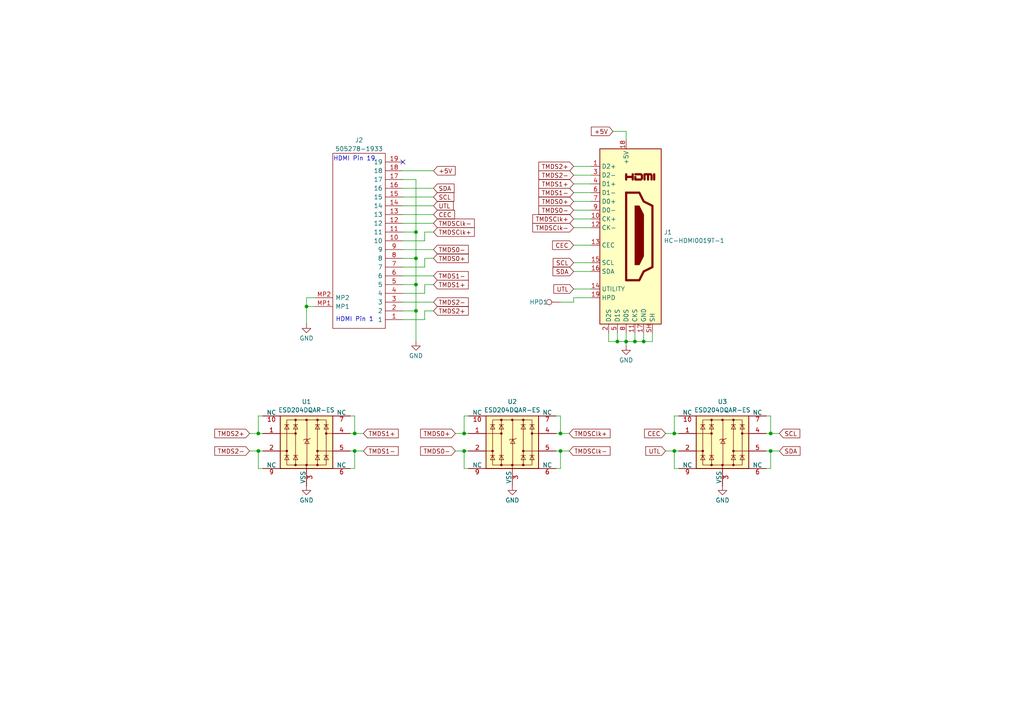
<source format=kicad_sch>
(kicad_sch (version 20240101) (generator "eeschema") (generator_version "8.99")
  (paper "A4")
  (lib_symbols
    (symbol "Connector:HDMI_A"
      (property "Reference" "J" (at -6.35 26.67 0))
      (property "Value" "HDMI_A" (at 10.16 26.67 0))
      (symbol "HDMI_A_0_0"
        (polyline (pts (xy 8.128 16.51) (xy 8.128 18.034)) (stroke (width 0.635)))
        (polyline (pts (xy 0 16.51) (xy 0 18.034) (xy 0 17.272) (xy 1.905 17.272) (xy 1.905 18.034) (xy 1.905 16.51)) (stroke (width 0.635)))
        (polyline (pts (xy 2.667 18.034) (xy 4.318 18.034) (xy 4.572 17.78) (xy 4.572 16.764) (xy 4.318 16.51) (xy 2.667 16.51) (xy 2.667 17.272)) (stroke (width 0.635)))
      )
      (symbol "HDMI_A_0_1"
        (rectangle (start -7.62 25.4) (end 10.16 -25.4) (stroke (width 0.254)) (fill (type background)))
        (polyline (pts (xy 2.54 8.89) (xy 3.81 8.89) (xy 5.08 6.35) (xy 5.08 -5.715) (xy 3.81 -8.255) (xy 2.54 -8.255) (xy 2.54 8.89)) (fill (type outline)))
        (polyline (pts (xy 5.334 16.51) (xy 5.334 18.034) (xy 6.35 18.034) (xy 6.35 16.51) (xy 6.35 18.034) (xy 7.112 18.034) (xy 7.366 17.78) (xy 7.366 16.51)) (stroke (width 0.635)))
        (polyline (pts (xy 0 12.7) (xy 0 -12.7) (xy 3.81 -12.7) (xy 5.08 -10.16) (xy 7.62 -8.89) (xy 7.62 8.89) (xy 5.08 10.16) (xy 3.81 12.7) (xy 0 12.7)) (stroke (width 0.635)))
      )
      (symbol "HDMI_A_1_1"
        (pin passive line (at -10.16 20.32 0) (length 2.54) (name "D2+") (number "1"))
        (pin passive line (at -10.16 5.08 0) (length 2.54) (name "CK+") (number "10"))
        (pin power_in line (at 2.54 -27.94 90) (length 2.54) (name "CKS") (number "11"))
        (pin passive line (at -10.16 2.54 0) (length 2.54) (name "CK-") (number "12"))
        (pin bidirectional line (at -10.16 -2.54 0) (length 2.54) (name "CEC") (number "13"))
        (pin passive line (at -10.16 -15.24 0) (length 2.54) (name "UTILITY") (number "14"))
        (pin passive line (at -10.16 -7.62 0) (length 2.54) (name "SCL") (number "15"))
        (pin bidirectional line (at -10.16 -10.16 0) (length 2.54) (name "SDA") (number "16"))
        (pin power_in line (at 5.08 -27.94 90) (length 2.54) (name "GND") (number "17"))
        (pin power_in line (at 0 27.94 270) (length 2.54) (name "+5V") (number "18"))
        (pin passive line (at -10.16 -17.78 0) (length 2.54) (name "HPD") (number "19"))
        (pin power_in line (at -5.08 -27.94 90) (length 2.54) (name "D2S") (number "2"))
        (pin passive line (at -10.16 17.78 0) (length 2.54) (name "D2-") (number "3"))
        (pin passive line (at -10.16 15.24 0) (length 2.54) (name "D1+") (number "4"))
        (pin power_in line (at -2.54 -27.94 90) (length 2.54) (name "D1S") (number "5"))
        (pin passive line (at -10.16 12.7 0) (length 2.54) (name "D1-") (number "6"))
        (pin passive line (at -10.16 10.16 0) (length 2.54) (name "D0+") (number "7"))
        (pin power_in line (at 0 -27.94 90) (length 2.54) (name "D0S") (number "8"))
        (pin passive line (at -10.16 7.62 0) (length 2.54) (name "D0-") (number "9"))
        (pin passive line (at 7.62 -27.94 90) (length 2.54) (name "SH") (number "SH"))
      )
    )
    (symbol "Connector:TestPoint" (pin_numbers hide) (pin_names (offset 0.762) hide)
      (property "Reference" "TP" (at 0 6.858 0))
      (property "Value" "TestPoint" (at 0 5.08 0))
      (symbol "TestPoint_0_1"
        (circle (center 0 3.302) (radius 0.762))
      )
      (symbol "TestPoint_1_1"
        (pin passive line (at 0 0 90) (length 2.54) (name "1") (number "1"))
      )
    )
    (symbol "Power_Protection:D3V3XA4B10LP" (pin_names (offset 0))
      (property "Reference" "U" (at -0.635 8.89 0))
      (property "Value" "D3V3XA4B10LP" (at 8.89 -10.16 0))
      (symbol "D3V3XA4B10LP_0_0"
        (rectangle (start -5.715 6.477) (end 5.715 -6.604))
        (polyline (pts (xy -3.175 -6.604) (xy -3.175 6.477)))
        (polyline (pts (xy 0.127 6.477) (xy 0.127 -6.604)))
        (polyline (pts (xy 3.175 6.477) (xy 3.175 -6.604)))
      )
      (symbol "D3V3XA4B10LP_0_1"
        (rectangle (start -7.62 7.62) (end 7.62 -7.62) (stroke (width 0.254)) (fill (type background)))
        (circle (center -5.715 -2.54) (radius 0.2794) (fill (type outline)))
        (circle (center -3.175 -6.604) (radius 0.2794) (fill (type outline)))
        (circle (center -3.175 2.54) (radius 0.2794) (fill (type outline)))
        (circle (center -3.175 6.477) (radius 0.2794) (fill (type outline)))
        (circle (center 0 -6.604) (radius 0.2794) (fill (type outline)))
        (polyline (pts (xy -7.747 2.54) (xy -3.175 2.54)))
        (polyline (pts (xy -7.62 -2.54) (xy -5.715 -2.54)))
        (polyline (pts (xy -5.08 -3.81) (xy -6.35 -3.81)))
        (polyline (pts (xy -5.08 5.08) (xy -6.35 5.08)))
        (polyline (pts (xy -2.54 -3.81) (xy -3.81 -3.81)))
        (polyline (pts (xy -2.54 5.08) (xy -3.81 5.08)))
        (polyline (pts (xy -0.508 0.889) (xy -0.889 0.635)))
        (polyline (pts (xy 0 -6.604) (xy 0 -7.62)))
        (polyline (pts (xy 0.762 0.889) (xy -0.508 0.889)))
        (polyline (pts (xy 0.762 0.889) (xy 1.143 1.143)))
        (polyline (pts (xy 3.81 -3.81) (xy 2.54 -3.81)))
        (polyline (pts (xy 3.81 5.08) (xy 2.54 5.08)))
        (polyline (pts (xy 6.35 -3.81) (xy 5.08 -3.81)))
        (polyline (pts (xy 6.35 5.08) (xy 5.08 5.08)))
        (polyline (pts (xy 7.62 -2.54) (xy 3.175 -2.54)))
        (polyline (pts (xy 7.62 2.54) (xy 5.715 2.54)))
        (polyline (pts (xy -5.08 -5.08) (xy -6.35 -5.08) (xy -5.715 -3.81) (xy -5.08 -5.08)))
        (polyline (pts (xy -5.08 3.81) (xy -6.35 3.81) (xy -5.715 5.08) (xy -5.08 3.81)))
        (polyline (pts (xy -2.54 -5.08) (xy -3.81 -5.08) (xy -3.175 -3.81) (xy -2.54 -5.08)))
        (polyline (pts (xy -2.54 3.81) (xy -3.81 3.81) (xy -3.175 5.08) (xy -2.54 3.81)))
        (polyline (pts (xy 0.762 -0.381) (xy -0.508 -0.381) (xy 0.127 0.889) (xy 0.762 -0.381)))
        (polyline (pts (xy 3.81 -5.08) (xy 2.54 -5.08) (xy 3.175 -3.81) (xy 3.81 -5.08)))
        (polyline (pts (xy 3.81 3.81) (xy 2.54 3.81) (xy 3.175 5.08) (xy 3.81 3.81)))
        (polyline (pts (xy 6.35 -5.08) (xy 5.08 -5.08) (xy 5.715 -3.81) (xy 6.35 -5.08)))
        (polyline (pts (xy 6.35 3.81) (xy 5.08 3.81) (xy 5.715 5.08) (xy 6.35 3.81)))
        (circle (center 0 6.477) (radius 0.2794) (fill (type outline)))
        (circle (center 3.175 -6.604) (radius 0.2794) (fill (type outline)))
        (circle (center 3.175 -2.54) (radius 0.2794) (fill (type outline)))
        (circle (center 3.175 6.477) (radius 0.2794) (fill (type outline)))
        (circle (center 5.715 2.54) (radius 0.2794) (fill (type outline)))
      )
      (symbol "D3V3XA4B10LP_1_1"
        (pin passive line (at -12.7 2.54 0) (length 5.08) (name "~") (number "1"))
        (pin free line (at -12.7 7.62 0) (length 5.08) (name "NC") (number "10"))
        (pin passive line (at -12.7 -2.54 0) (length 5.08) (name "~") (number "2"))
        (pin power_in line (at 0 -12.7 90) (length 5.08) (name "VSS") (number "3"))
        (pin passive line (at 12.7 2.54 180) (length 5.08) (name "~") (number "4"))
        (pin passive line (at 12.7 -2.54 180) (length 5.08) (name "~") (number "5"))
        (pin free line (at 12.7 -7.62 180) (length 5.08) (name "NC") (number "6"))
        (pin free line (at 12.7 7.62 180) (length 5.08) (name "NC") (number "7"))
        (pin passive line (at 0 -12.7 90) (length 5.08) hide (name "VSS") (number "8"))
        (pin free line (at -12.7 -7.62 0) (length 5.08) (name "NC") (number "9"))
      )
    )
    (symbol "SamacSys_Parts:505278-1933" (pin_names (offset 0.762))
      (property "Reference" "J23" (at 12.7 6.6337 0))
      (property "Value" "505278-1933" (at 12.7 4.2094 0))
      (symbol "505278-1933_0_0"
        (pin passive line (at 25.4 0 180) (length 5.08) (name "1") (number "1"))
        (pin passive line (at 25.4 -22.86 180) (length 5.08) (name "10") (number "10"))
        (pin passive line (at 25.4 -25.4 180) (length 5.08) (name "11") (number "11"))
        (pin passive line (at 25.4 -27.94 180) (length 5.08) (name "12") (number "12"))
        (pin passive line (at 25.4 -30.48 180) (length 5.08) (name "13") (number "13"))
        (pin passive line (at 25.4 -33.02 180) (length 5.08) (name "14") (number "14"))
        (pin passive line (at 25.4 -35.56 180) (length 5.08) (name "15") (number "15"))
        (pin passive line (at 25.4 -38.1 180) (length 5.08) (name "16") (number "16"))
        (pin passive line (at 25.4 -40.64 180) (length 5.08) (name "17") (number "17"))
        (pin passive line (at 25.4 -43.18 180) (length 5.08) (name "18") (number "18"))
        (pin passive line (at 25.4 -45.72 180) (length 5.08) (name "19") (number "19"))
        (pin passive line (at 25.4 -2.54 180) (length 5.08) (name "2") (number "2"))
        (pin passive line (at 25.4 -5.08 180) (length 5.08) (name "3") (number "3"))
        (pin passive line (at 25.4 -7.62 180) (length 5.08) (name "4") (number "4"))
        (pin passive line (at 25.4 -10.16 180) (length 5.08) (name "5") (number "5"))
        (pin passive line (at 25.4 -12.7 180) (length 5.08) (name "6") (number "6"))
        (pin passive line (at 25.4 -15.24 180) (length 5.08) (name "7") (number "7"))
        (pin passive line (at 25.4 -17.78 180) (length 5.08) (name "8") (number "8"))
        (pin passive line (at 25.4 -20.32 180) (length 5.08) (name "9") (number "9"))
        (pin passive line (at 0 -3.81 0) (length 5.08) (name "MP1") (number "MP1"))
        (pin passive line (at 0 -6.35 0) (length 5.08) (name "MP2") (number "MP2"))
      )
      (symbol "505278-1933_0_1"
        (polyline (pts (xy 5.08 2.54) (xy 20.32 2.54) (xy 20.32 -48.26) (xy 5.08 -48.26) (xy 5.08 2.54)) (stroke (width 0.1524)))
      )
    )
    (symbol "power:GND" (power) (pin_names (offset 0))
      (property "Value" "GND" (at 0 -3.81 0))
      (symbol "GND_0_1"
        (polyline (pts (xy 0 0) (xy 0 -1.27) (xy 1.27 -1.27) (xy 0 -2.54) (xy -1.27 -1.27) (xy 0 -1.27)))
      )
      (symbol "GND_1_1"
        (pin power_in line (at 0 0 270) (length 0) hide (name "GND") (number "1"))
      )
    )
  )
  (junction (at 74.93 125.73))
  (junction (at 134.62 130.81))
  (junction (at 223.52 130.81))
  (junction (at 134.62 125.73))
  (junction (at 120.65 82.55))
  (junction (at 162.56 125.73))
  (junction (at 195.58 125.73))
  (junction (at 120.65 90.17))
  (junction (at 181.61 99.06))
  (junction (at 184.15 99.06))
  (junction (at 186.69 99.06))
  (junction (at 120.65 74.93))
  (junction (at 162.56 130.81))
  (junction (at 102.87 125.73))
  (junction (at 195.58 130.81))
  (junction (at 120.65 67.31))
  (junction (at 223.52 125.73))
  (junction (at 102.87 130.81))
  (junction (at 88.9 88.9))
  (junction (at 179.07 99.06))
  (junction (at 74.93 130.81))
  (no_connect (at 116.84 46.99))
  (wire (pts (xy 134.62 135.89) (xy 134.62 130.81)))
  (wire (pts (xy 102.87 135.89) (xy 102.87 130.81)))
  (wire (pts (xy 125.73 87.63) (xy 116.84 87.63)))
  (wire (pts (xy 189.23 99.06) (xy 189.23 96.52)))
  (wire (pts (xy 116.84 69.85) (xy 123.19 69.85)))
  (wire (pts (xy 177.8 38.1) (xy 181.61 38.1)))
  (wire (pts (xy 223.52 135.89) (xy 223.52 130.81)))
  (wire (pts (xy 72.39 125.73) (xy 74.93 125.73)))
  (wire (pts (xy 166.37 78.74) (xy 171.45 78.74)))
  (wire (pts (xy 123.19 82.55) (xy 123.19 85.09)))
  (wire (pts (xy 88.9 86.36) (xy 88.9 88.9)))
  (wire (pts (xy 165.1 125.73) (xy 162.56 125.73)))
  (wire (pts (xy 120.65 90.17) (xy 116.84 90.17)))
  (wire (pts (xy 166.37 63.5) (xy 171.45 63.5)))
  (wire (pts (xy 181.61 99.06) (xy 184.15 99.06)))
  (wire (pts (xy 125.73 80.01) (xy 116.84 80.01)))
  (wire (pts (xy 196.85 120.65) (xy 195.58 120.65)))
  (wire (pts (xy 132.08 125.73) (xy 134.62 125.73)))
  (wire (pts (xy 101.6 135.89) (xy 102.87 135.89)))
  (wire (pts (xy 161.29 120.65) (xy 162.56 120.65)))
  (wire (pts (xy 166.37 53.34) (xy 171.45 53.34)))
  (wire (pts (xy 195.58 125.73) (xy 196.85 125.73)))
  (wire (pts (xy 195.58 135.89) (xy 195.58 130.81)))
  (wire (pts (xy 166.37 71.12) (xy 171.45 71.12)))
  (wire (pts (xy 226.06 125.73) (xy 223.52 125.73)))
  (wire (pts (xy 105.41 125.73) (xy 102.87 125.73)))
  (wire (pts (xy 116.84 59.69) (xy 125.73 59.69)))
  (wire (pts (xy 74.93 135.89) (xy 74.93 130.81)))
  (wire (pts (xy 102.87 120.65) (xy 102.87 125.73)))
  (wire (pts (xy 179.07 99.06) (xy 181.61 99.06)))
  (wire (pts (xy 135.89 120.65) (xy 134.62 120.65)))
  (wire (pts (xy 166.37 83.82) (xy 171.45 83.82)))
  (wire (pts (xy 74.93 120.65) (xy 74.93 125.73)))
  (wire (pts (xy 74.93 125.73) (xy 76.2 125.73)))
  (wire (pts (xy 120.65 82.55) (xy 120.65 74.93)))
  (wire (pts (xy 162.56 130.81) (xy 161.29 130.81)))
  (wire (pts (xy 88.9 93.98) (xy 88.9 88.9)))
  (wire (pts (xy 88.9 88.9) (xy 91.44 88.9)))
  (wire (pts (xy 193.04 125.73) (xy 195.58 125.73)))
  (wire (pts (xy 165.1 130.81) (xy 162.56 130.81)))
  (wire (pts (xy 223.52 125.73) (xy 222.25 125.73)))
  (wire (pts (xy 166.37 66.04) (xy 171.45 66.04)))
  (wire (pts (xy 72.39 130.81) (xy 74.93 130.81)))
  (wire (pts (xy 125.73 67.31) (xy 123.19 67.31)))
  (wire (pts (xy 222.25 120.65) (xy 223.52 120.65)))
  (wire (pts (xy 116.84 77.47) (xy 123.19 77.47)))
  (wire (pts (xy 74.93 130.81) (xy 76.2 130.81)))
  (wire (pts (xy 135.89 135.89) (xy 134.62 135.89)))
  (wire (pts (xy 223.52 130.81) (xy 222.25 130.81)))
  (wire (pts (xy 116.84 49.53) (xy 125.73 49.53)))
  (wire (pts (xy 161.29 135.89) (xy 162.56 135.89)))
  (wire (pts (xy 120.65 74.93) (xy 120.65 67.31)))
  (wire (pts (xy 181.61 99.06) (xy 181.61 100.33)))
  (wire (pts (xy 162.56 125.73) (xy 161.29 125.73)))
  (wire (pts (xy 125.73 74.93) (xy 123.19 74.93)))
  (wire (pts (xy 162.56 87.63) (xy 166.37 87.63)))
  (wire (pts (xy 186.69 96.52) (xy 186.69 99.06)))
  (wire (pts (xy 176.53 99.06) (xy 179.07 99.06)))
  (wire (pts (xy 91.44 86.36) (xy 88.9 86.36)))
  (wire (pts (xy 125.73 57.15) (xy 116.84 57.15)))
  (wire (pts (xy 222.25 135.89) (xy 223.52 135.89)))
  (wire (pts (xy 120.65 74.93) (xy 116.84 74.93)))
  (wire (pts (xy 176.53 96.52) (xy 176.53 99.06)))
  (wire (pts (xy 181.61 96.52) (xy 181.61 99.06)))
  (wire (pts (xy 184.15 99.06) (xy 186.69 99.06)))
  (wire (pts (xy 166.37 60.96) (xy 171.45 60.96)))
  (wire (pts (xy 120.65 52.07) (xy 116.84 52.07)))
  (wire (pts (xy 116.84 62.23) (xy 125.73 62.23)))
  (wire (pts (xy 120.65 99.06) (xy 120.65 90.17)))
  (wire (pts (xy 134.62 120.65) (xy 134.62 125.73)))
  (wire (pts (xy 184.15 96.52) (xy 184.15 99.06)))
  (wire (pts (xy 125.73 82.55) (xy 123.19 82.55)))
  (wire (pts (xy 132.08 130.81) (xy 134.62 130.81)))
  (wire (pts (xy 195.58 120.65) (xy 195.58 125.73)))
  (wire (pts (xy 186.69 99.06) (xy 189.23 99.06)))
  (wire (pts (xy 181.61 38.1) (xy 181.61 40.64)))
  (wire (pts (xy 134.62 130.81) (xy 135.89 130.81)))
  (wire (pts (xy 125.73 72.39) (xy 116.84 72.39)))
  (wire (pts (xy 193.04 130.81) (xy 195.58 130.81)))
  (wire (pts (xy 166.37 87.63) (xy 166.37 86.36)))
  (wire (pts (xy 162.56 135.89) (xy 162.56 130.81)))
  (wire (pts (xy 166.37 48.26) (xy 171.45 48.26)))
  (wire (pts (xy 102.87 130.81) (xy 101.6 130.81)))
  (wire (pts (xy 120.65 67.31) (xy 120.65 52.07)))
  (wire (pts (xy 125.73 90.17) (xy 123.19 90.17)))
  (wire (pts (xy 166.37 50.8) (xy 171.45 50.8)))
  (wire (pts (xy 223.52 120.65) (xy 223.52 125.73)))
  (wire (pts (xy 166.37 58.42) (xy 171.45 58.42)))
  (wire (pts (xy 120.65 82.55) (xy 116.84 82.55)))
  (wire (pts (xy 134.62 125.73) (xy 135.89 125.73)))
  (wire (pts (xy 116.84 54.61) (xy 125.73 54.61)))
  (wire (pts (xy 125.73 64.77) (xy 116.84 64.77)))
  (wire (pts (xy 120.65 67.31) (xy 116.84 67.31)))
  (wire (pts (xy 123.19 85.09) (xy 116.84 85.09)))
  (wire (pts (xy 166.37 55.88) (xy 171.45 55.88)))
  (wire (pts (xy 123.19 74.93) (xy 123.19 77.47)))
  (wire (pts (xy 120.65 90.17) (xy 120.65 82.55)))
  (wire (pts (xy 195.58 130.81) (xy 196.85 130.81)))
  (wire (pts (xy 166.37 76.2) (xy 171.45 76.2)))
  (wire (pts (xy 162.56 120.65) (xy 162.56 125.73)))
  (wire (pts (xy 196.85 135.89) (xy 195.58 135.89)))
  (wire (pts (xy 76.2 135.89) (xy 74.93 135.89)))
  (wire (pts (xy 166.37 86.36) (xy 171.45 86.36)))
  (wire (pts (xy 123.19 69.85) (xy 123.19 67.31)))
  (wire (pts (xy 102.87 125.73) (xy 101.6 125.73)))
  (wire (pts (xy 76.2 120.65) (xy 74.93 120.65)))
  (wire (pts (xy 179.07 96.52) (xy 179.07 99.06)))
  (wire (pts (xy 101.6 120.65) (xy 102.87 120.65)))
  (wire (pts (xy 105.41 130.81) (xy 102.87 130.81)))
  (wire (pts (xy 116.84 92.71) (xy 123.19 92.71)))
  (wire (pts (xy 226.06 130.81) (xy 223.52 130.81)))
  (wire (pts (xy 123.19 92.71) (xy 123.19 90.17)))
  (text "HDMI Pin 19" (at 102.7582 46.113 0) (effects (font (size 1.27 1.27))))
  (text "HDMI Pin 1" (at 102.87 92.71 0) (effects (font (size 1.27 1.27))))
  (global_label "CEC" (shape input) (at 125.73 62.23 0) (property "Intersheetrefs" "${INTERSHEET_REFS}" (effects (hide yes))))
  (global_label "CEC" (shape input) (at 193.04 125.73 180) (property "Intersheetrefs" "${INTERSHEET_REFS}" (effects (hide yes))))
  (global_label "TMDS0+" (shape input) (at 125.73 74.93 0) (property "Intersheetrefs" "${INTERSHEET_REFS}" (effects (hide yes))))
  (global_label "TMDSClk+" (shape input) (at 166.37 63.5 180) (property "Intersheetrefs" "${INTERSHEET_REFS}" (effects (hide yes))))
  (global_label "TMDSClk-" (shape input) (at 166.37 66.04 180) (property "Intersheetrefs" "${INTERSHEET_REFS}" (effects (hide yes))))
  (global_label "CEC" (shape input) (at 166.37 71.12 180) (property "Intersheetrefs" "${INTERSHEET_REFS}" (effects (hide yes))))
  (global_label "UTL" (shape input) (at 125.73 59.69 0) (property "Intersheetrefs" "${INTERSHEET_REFS}" (effects (hide yes))))
  (global_label "TMDS1-" (shape input) (at 166.37 55.88 180) (property "Intersheetrefs" "${INTERSHEET_REFS}" (effects (hide yes))))
  (global_label "SDA" (shape input) (at 226.06 130.81 0) (property "Intersheetrefs" "${INTERSHEET_REFS}" (effects (hide yes))))
  (global_label "TMDS2-" (shape input) (at 72.39 130.81 180) (property "Intersheetrefs" "${INTERSHEET_REFS}" (effects (hide yes))))
  (global_label "TMDS1-" (shape input) (at 105.41 130.81 0) (property "Intersheetrefs" "${INTERSHEET_REFS}" (effects (hide yes))))
  (global_label "TMDS2+" (shape input) (at 72.39 125.73 180) (property "Intersheetrefs" "${INTERSHEET_REFS}" (effects (hide yes))))
  (global_label "TMDS1+" (shape input) (at 105.41 125.73 0) (property "Intersheetrefs" "${INTERSHEET_REFS}" (effects (hide yes))))
  (global_label "TMDS0+" (shape input) (at 132.08 125.73 180) (property "Intersheetrefs" "${INTERSHEET_REFS}" (effects (hide yes))))
  (global_label "TMDS1+" (shape input) (at 166.37 53.34 180) (property "Intersheetrefs" "${INTERSHEET_REFS}" (effects (hide yes))))
  (global_label "+5V" (shape input) (at 125.73 49.53 0) (property "Intersheetrefs" "${INTERSHEET_REFS}" (effects (hide yes))))
  (global_label "TMDSClk-" (shape input) (at 165.1 130.81 0) (property "Intersheetrefs" "${INTERSHEET_REFS}" (effects (hide yes))))
  (global_label "TMDS1+" (shape input) (at 125.73 82.55 0) (property "Intersheetrefs" "${INTERSHEET_REFS}" (effects (hide yes))))
  (global_label "TMDSClk-" (shape input) (at 125.73 64.77 0) (property "Intersheetrefs" "${INTERSHEET_REFS}" (effects (hide yes))))
  (global_label "SDA" (shape input) (at 125.73 54.61 0) (property "Intersheetrefs" "${INTERSHEET_REFS}" (effects (hide yes))))
  (global_label "TMDS2-" (shape input) (at 166.37 50.8 180) (property "Intersheetrefs" "${INTERSHEET_REFS}" (effects (hide yes))))
  (global_label "TMDS2+" (shape input) (at 125.73 90.17 0) (property "Intersheetrefs" "${INTERSHEET_REFS}" (effects (hide yes))))
  (global_label "TMDS0+" (shape input) (at 166.37 58.42 180) (property "Intersheetrefs" "${INTERSHEET_REFS}" (effects (hide yes))))
  (global_label "SCL" (shape input) (at 125.73 57.15 0) (property "Intersheetrefs" "${INTERSHEET_REFS}" (effects (hide yes))))
  (global_label "TMDSClk+" (shape input) (at 165.1 125.73 0) (property "Intersheetrefs" "${INTERSHEET_REFS}" (effects (hide yes))))
  (global_label "TMDS0-" (shape input) (at 166.37 60.96 180) (property "Intersheetrefs" "${INTERSHEET_REFS}" (effects (hide yes))))
  (global_label "TMDS0-" (shape input) (at 132.08 130.81 180) (property "Intersheetrefs" "${INTERSHEET_REFS}" (effects (hide yes))))
  (global_label "SDA" (shape input) (at 166.37 78.74 180) (property "Intersheetrefs" "${INTERSHEET_REFS}" (effects (hide yes))))
  (global_label "UTL" (shape input) (at 193.04 130.81 180) (property "Intersheetrefs" "${INTERSHEET_REFS}" (effects (hide yes))))
  (global_label "TMDS1-" (shape input) (at 125.73 80.01 0) (property "Intersheetrefs" "${INTERSHEET_REFS}" (effects (hide yes))))
  (global_label "SCL" (shape input) (at 226.06 125.73 0) (property "Intersheetrefs" "${INTERSHEET_REFS}" (effects (hide yes))))
  (global_label "+5V" (shape input) (at 177.8 38.1 180) (property "Intersheetrefs" "${INTERSHEET_REFS}" (effects (hide yes))))
  (global_label "TMDS2-" (shape input) (at 125.73 87.63 0) (property "Intersheetrefs" "${INTERSHEET_REFS}" (effects (hide yes))))
  (global_label "UTL" (shape input) (at 166.37 83.82 180) (property "Intersheetrefs" "${INTERSHEET_REFS}" (effects (hide yes))))
  (global_label "SCL" (shape input) (at 166.37 76.2 180) (property "Intersheetrefs" "${INTERSHEET_REFS}" (effects (hide yes))))
  (global_label "TMDS0-" (shape input) (at 125.73 72.39 0) (property "Intersheetrefs" "${INTERSHEET_REFS}" (effects (hide yes))))
  (global_label "TMDSClk+" (shape input) (at 125.73 67.31 0) (property "Intersheetrefs" "${INTERSHEET_REFS}" (effects (hide yes))))
  (global_label "TMDS2+" (shape input) (at 166.37 48.26 180) (property "Intersheetrefs" "${INTERSHEET_REFS}" (effects (hide yes))))
  (symbol (lib_id "power:GND") (at 148.59 140.97 0) (mirror y) (unit 1)
    (property "Reference" "#PWR04" (effects (hide yes)))
    (property "Value" "GND" (at 148.59 145.1031 0))
    (property "Description" "Power symbol creates a global label with name \"GND\" , ground" (effects (hide yes)))
  )
  (symbol (lib_id "Connector:TestPoint") (at 162.56 87.63 90) (unit 1)
    (property "Reference" "HPD1" (at 156.21 87.63 90))
    (property "Value" "TestPoint" (effects (hide yes)))
    (property "Footprint" "TestPoint:TestPoint_Pad_D1.0mm" (effects (hide yes)))
    (property "Description" "test point" (effects (hide yes)))
  )
  (symbol (lib_id "Connector:HDMI_A") (at 181.61 68.58 0) (unit 1)
    (property "Reference" "J1" (at 192.532 67.3678 0) (effects (justify left)))
    (property "Value" "HC-HDMI0019T-1" (at 192.532 69.7921 0) (effects (justify left)))
    (property "Footprint" "Connector_HDMI:HDMI_A_Molex_208658-1001_Horizontal" (effects (hide yes)))
    (property "Description" "HDMI type A connector" (effects (hide yes)))
  )
  (symbol (lib_id "SamacSys_Parts:505278-1933") (at 91.44 92.71 0) (mirror x) (unit 1)
    (property "Reference" "J2" (at 104.14 40.64 0))
    (property "Value" "505278-1933" (at 104.14 43.18 0))
    (property "Footprint" "SamacSys_Parts:5052781933" (effects (hide yes)))
    (property "Datasheet" "https://www.molex.com/pdm_docs/sd/5052781933_sd.pdf" (effects (hide yes)))
    (property "Description" "FFC & FPC Connectors 0.5 FFC ZIF BTM CONT 19Ckt R/A FRONT FLIP" (effects (hide yes)))
    (property "Height" "2.15" (effects (hide yes)))
    (property "Mouser Part Number" "538-505278-1933" (effects (hide yes)))
    (property "Mouser Price/Stock" "https://www.mouser.co.uk/ProductDetail/Molex/505278-1933?qs=c8NFF48pVsDT1Rm30ZuzyA%3D%3D" (effects (hide yes)))
    (property "Manufacturer_Name" "Molex" (effects (hide yes)))
    (property "Manufacturer_Part_Number" "505278-1933" (effects (hide yes)))
  )
  (symbol (lib_id "power:GND") (at 88.9 140.97 0) (mirror y) (unit 1)
    (property "Reference" "#PWR02" (effects (hide yes)))
    (property "Value" "GND" (at 88.9 145.1031 0))
    (property "Description" "Power symbol creates a global label with name \"GND\" , ground" (effects (hide yes)))
  )
  (symbol (lib_id "Power_Protection:D3V3XA4B10LP") (at 88.9 128.27 0) (unit 1)
    (property "Reference" "U1" (at 88.9 116.5055 0))
    (property "Value" "ESD204DQAR-ES" (at 88.9 118.9298 0))
    (property "Footprint" "Package_DFN_QFN:Diodes_UDFN-10_1.0x2.5mm_P0.5mm" (effects (hide yes)))
    (property "Description" "4-Channel Low Capacitance TVS Diode Array, DFN-10" (effects (hide yes)))
  )
  (symbol (lib_id "power:GND") (at 209.55 140.97 0) (mirror y) (unit 1)
    (property "Reference" "#PWR06" (effects (hide yes)))
    (property "Value" "GND" (at 209.55 145.1031 0))
    (property "Description" "Power symbol creates a global label with name \"GND\" , ground" (effects (hide yes)))
  )
  (symbol (lib_id "power:GND") (at 88.9 93.98 0) (unit 1)
    (property "Reference" "#PWR01" (effects (hide yes)))
    (property "Value" "GND" (at 88.9 98.1131 0))
    (property "Description" "Power symbol creates a global label with name \"GND\" , ground" (effects (hide yes)))
  )
  (symbol (lib_id "Power_Protection:D3V3XA4B10LP") (at 209.55 128.27 0) (unit 1)
    (property "Reference" "U3" (at 209.55 116.5055 0))
    (property "Value" "ESD204DQAR-ES" (at 209.55 118.9298 0))
    (property "Footprint" "Package_DFN_QFN:Diodes_UDFN-10_1.0x2.5mm_P0.5mm" (effects (hide yes)))
    (property "Description" "4-Channel Low Capacitance TVS Diode Array, DFN-10" (effects (hide yes)))
  )
  (symbol (lib_id "power:GND") (at 181.61 100.33 0) (mirror y) (unit 1)
    (property "Reference" "#PWR05" (effects (hide yes)))
    (property "Value" "GND" (at 181.61 104.4631 0))
    (property "Description" "Power symbol creates a global label with name \"GND\" , ground" (effects (hide yes)))
  )
  (symbol (lib_id "power:GND") (at 120.65 99.06 0) (mirror y) (unit 1)
    (property "Reference" "#PWR03" (effects (hide yes)))
    (property "Value" "GND" (at 120.65 103.1931 0))
    (property "Description" "Power symbol creates a global label with name \"GND\" , ground" (effects (hide yes)))
  )
  (symbol (lib_id "Power_Protection:D3V3XA4B10LP") (at 148.59 128.27 0) (unit 1)
    (property "Reference" "U2" (at 148.59 116.5055 0))
    (property "Value" "ESD204DQAR-ES" (at 148.59 118.9298 0))
    (property "Footprint" "Package_DFN_QFN:Diodes_UDFN-10_1.0x2.5mm_P0.5mm" (effects (hide yes)))
    (property "Description" "4-Channel Low Capacitance TVS Diode Array, DFN-10" (effects (hide yes)))
  )
)
</source>
